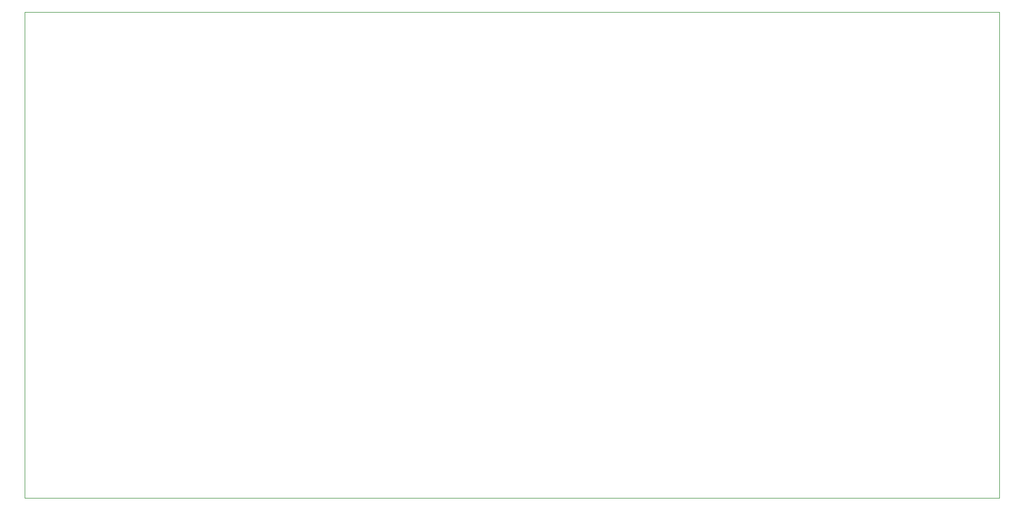
<source format=gbr>
G04 #@! TF.GenerationSoftware,KiCad,Pcbnew,(5.1.5)-3*
G04 #@! TF.CreationDate,2021-05-28T12:42:32+12:00*
G04 #@! TF.ProjectId,6502-Controller,36353032-2d43-46f6-9e74-726f6c6c6572,rev?*
G04 #@! TF.SameCoordinates,Original*
G04 #@! TF.FileFunction,Profile,NP*
%FSLAX46Y46*%
G04 Gerber Fmt 4.6, Leading zero omitted, Abs format (unit mm)*
G04 Created by KiCad (PCBNEW (5.1.5)-3) date 2021-05-28 12:42:32*
%MOMM*%
%LPD*%
G04 APERTURE LIST*
%ADD10C,0.050000*%
G04 APERTURE END LIST*
D10*
X83566000Y-40767000D02*
X83566000Y-115824000D01*
X234061000Y-40767000D02*
X83566000Y-40767000D01*
X234061000Y-115824000D02*
X234061000Y-40767000D01*
X83566000Y-115824000D02*
X234061000Y-115824000D01*
M02*

</source>
